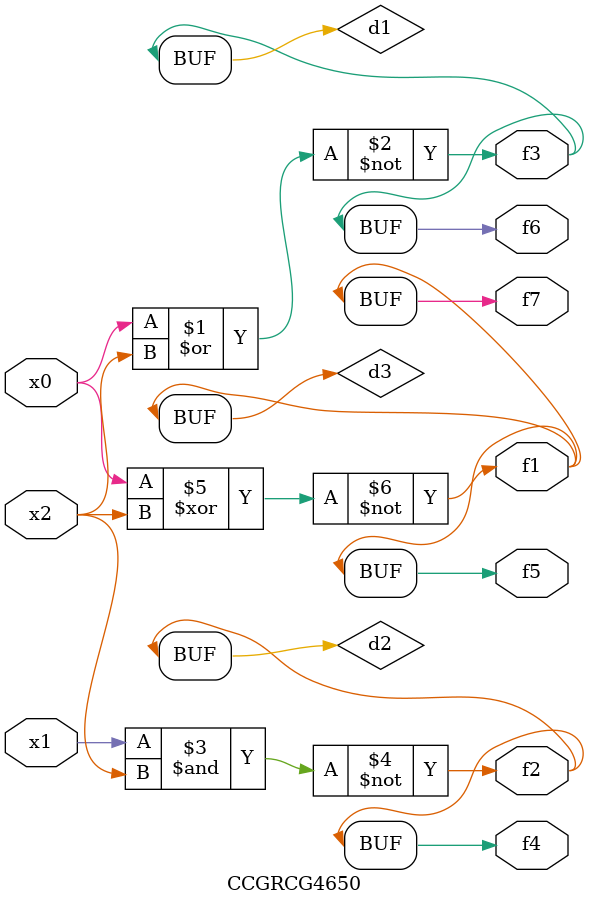
<source format=v>
module CCGRCG4650(
	input x0, x1, x2,
	output f1, f2, f3, f4, f5, f6, f7
);

	wire d1, d2, d3;

	nor (d1, x0, x2);
	nand (d2, x1, x2);
	xnor (d3, x0, x2);
	assign f1 = d3;
	assign f2 = d2;
	assign f3 = d1;
	assign f4 = d2;
	assign f5 = d3;
	assign f6 = d1;
	assign f7 = d3;
endmodule

</source>
